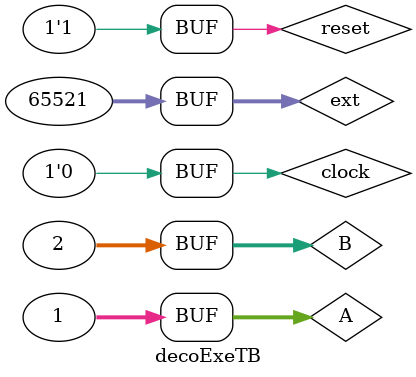
<source format=sv>
module decoExeTB();
// All
logic clock;

//#####Deco Exe
logic reset;
logic [0:31] dataRegA;
logic [0:31] dataRegB;
logic [0:31] A;
logic [0:31] B;
logic [0:31] extReg;
logic [0:31] ext;

pipeDecoExe dut(.clk(clock), .rst(reset), .dataRegAIn(A), .dataRegBIn(B), .dataRegBOut(dataRegB),.dataRegAOut(dataRegA),.extIn(ext), .extOut(extReg));

///####TEST BENCH pipe Deco Exe
initial
begin
	reset=0;
	#5
	reset=1;
	#5
	A= 32'hAA12;
	B= 32'hBB12;
	ext = 32'h0016;
	#100
	A= 32'h0001;
	B= 32'h0002;
	ext = 32'hFFF1;
	#5
	reset = 0;
	#5
	reset = 1;

end

always
begin
	clock <= 1;
	#5
	clock <= 0;
	#5;
end
endmodule

</source>
